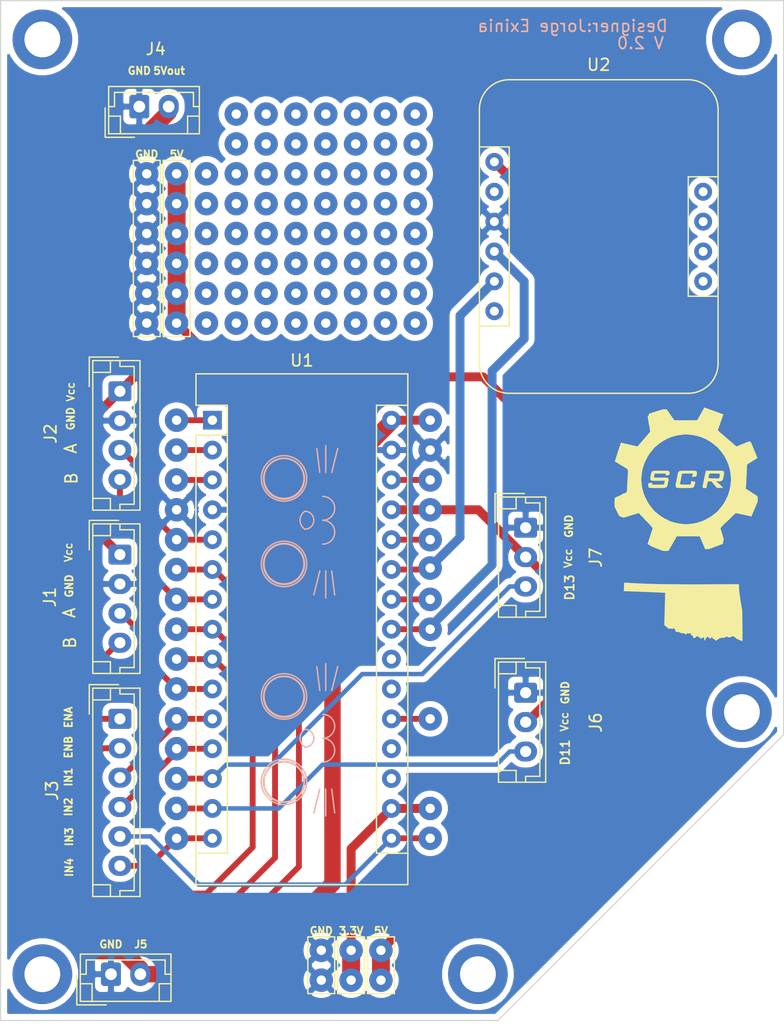
<source format=kicad_pcb>
(kicad_pcb (version 20171130) (host pcbnew "(5.1.4)-1")
  (layers (0 F.Cu signal) (31 B.Cu signal) (34 B.Paste user hide) (35 F.Paste user hide) (36 B.SilkS user) (37 F.SilkS user) (38 B.Mask user) (39 F.Mask user) (44 Edge.Cuts user))
  (net 0 "")
  (net 1 GND)
  (net 2 RightB)
  (net 3 RIghtA)
  (net 4 +5V)
  (net 5 LeftB)
  (net 6 LeftA)
  (net 7 IN4)
  (net 8 IN3)
  (net 9 IN2)
  (net 10 IN1)
  (net 11 ENB)
  (net 12 ENA)
  (net 13 "Net-(U1-Pad28)")
  (net 14 "Net-(U1-Pad26)")
  (net 15 SCL)
  (net 16 "Net-(U1-Pad24)")
  (net 17 SDA)
  (net 18 "Net-(U1-Pad22)")
  (net 19 "Net-(U1-Pad21)")
  (net 20 "Net-(U1-Pad20)")
  (net 21 "Net-(U1-Pad19)")
  (net 22 "Net-(U1-Pad3)")
  (net 23 "Net-(U1-Pad18)")
  (net 24 "Net-(U1-Pad2)")
  (net 25 "Net-(U1-Pad17)")
  (net 26 "Net-(U1-Pad1)")
  (net 27 "Net-(U2-Pad10)")
  (net 28 "Net-(U2-Pad6)")
  (net 29 "Net-(U2-Pad2)")
  (net 30 +5VA)
  (net 31 SERV1)
  (net 32 SERV2)
  (module SCR_Logos_Library:oklahoma-image (layer F.Cu) (at 184.0865 88.0745)
    (fp_text reference G*** hide)
    (fp_text value LOGO hide)
  )
  (module SCR_Logos_Library:scr-logo (layer F.Cu) (at 184.3405 76.7715)
    (fp_text reference G*** hide)
    (fp_text value LOGO hide)
  )
  (module Connector_JST:JST_EH_B3B-EH-A_1x03_P2.50mm_Vertical (layer F.Cu) (at 170.688 80.899 270)
    (fp_text reference J7 (at 2.54 -5.969 90) (layer F.SilkS))
    (fp_text value Conn_01x03)
    (pad 3 thru_hole oval (at 5 0 270) (size 1.7 1.95) (drill 0.95) (layers *.Cu *.Mask) (net 32 SERV2))
    (pad 2 thru_hole oval (at 2.5 0 270) (size 1.7 1.95) (drill 0.95) (layers *.Cu *.Mask) (net 4 +5V))
    (pad 1 thru_hole roundrect (at 0 0 270) (size 1.7 1.95) (drill 0.95) (layers *.Cu *.Mask) (roundrect_rratio 0.147059) (net 1 GND))
  )
  (module Connector_JST:JST_EH_B3B-EH-A_1x03_P2.50mm_Vertical (layer F.Cu) (at 170.688 94.9325 270)
    (fp_text reference J6 (at 2.54 -5.969 90) (layer F.SilkS))
    (fp_text value Conn_01x03)
    (pad 3 thru_hole oval (at 5 0 270) (size 1.7 1.95) (drill 0.95) (layers *.Cu *.Mask) (net 31 SERV1))
    (pad 2 thru_hole oval (at 2.5 0 270) (size 1.7 1.95) (drill 0.95) (layers *.Cu *.Mask) (net 4 +5V))
    (pad 1 thru_hole roundrect (at 0 0 270) (size 1.7 1.95) (drill 0.95) (layers *.Cu *.Mask) (roundrect_rratio 0.147059) (net 1 GND))
  )
  (module SCR_Parts_Library:BNO055 (layer F.Cu) (at 176.911 56.134)
    (fp_text reference U2 (at 0 -14.605) (layer F.SilkS))
    (fp_text value BNO-555)
    (pad 7 thru_hole circle (at 8.89 3.81) (size 1.524 1.524) (drill 0.762) (layers *.Cu *.Mask))
    (pad 8 thru_hole circle (at 8.89 1.27) (size 1.524 1.524) (drill 0.762) (layers *.Cu *.Mask))
    (pad 9 thru_hole circle (at 8.89 -1.27) (size 1.524 1.524) (drill 0.762) (layers *.Cu *.Mask))
    (pad 10 thru_hole circle (at 8.89 -3.81) (size 1.524 1.524) (drill 0.762) (layers *.Cu *.Mask) (net 27 "Net-(U2-Pad10)"))
    (pad 6 thru_hole circle (at -8.89 6.35) (size 1.524 1.524) (drill 0.762) (layers *.Cu *.Mask) (net 28 "Net-(U2-Pad6)"))
    (pad 5 thru_hole circle (at -8.89 3.81) (size 1.524 1.524) (drill 0.762) (layers *.Cu *.Mask) (net 15 SCL))
    (pad 4 thru_hole circle (at -8.89 1.27) (size 1.524 1.524) (drill 0.762) (layers *.Cu *.Mask) (net 17 SDA))
    (pad 3 thru_hole circle (at -8.89 -1.27) (size 1.524 1.524) (drill 0.762) (layers *.Cu *.Mask) (net 1 GND))
    (pad 2 thru_hole circle (at -8.89 -3.81) (size 1.524 1.524) (drill 0.762) (layers *.Cu *.Mask) (net 29 "Net-(U2-Pad2)"))
    (pad 1 thru_hole circle (at -8.89 -6.35) (size 1.524 1.524) (drill 0.762) (layers *.Cu *.Mask) (net 4 +5V))
  )
  (module Connector_Wire:SolderWirePad_1x01_Drill0.8mm (layer F.Cu) (at 162.56 79.375 90)
    (fp_text reference PAD hide)
    (fp_text value PAD hide)
    (pad 1 thru_hole circle (at 0 0 90) (size 1.99898 1.99898) (drill 0.8001) (layers *.Cu *.Mask) (net 4 +5V))
  )
  (module Connector_Wire:SolderWirePad_1x01_Drill0.8mm (layer F.Cu) (at 140.97 86.995 90)
    (fp_text reference PAD hide)
    (fp_text value PAD hide)
    (pad 1 thru_hole circle (at 0 0 90) (size 1.99898 1.99898) (drill 0.8001) (layers *.Cu *.Mask) (net 5 LeftB))
  )
  (module Connector_Wire:SolderWirePad_1x01_Drill0.8mm (layer F.Cu) (at 161.29 60.96 90)
    (fp_text reference PAD hide)
    (fp_text value PAD hide)
    (pad 1 thru_hole circle (at 0 0 90) (size 1.99898 1.99898) (drill 0.8001) (layers *.Cu *.Mask))
  )
  (module Connector_Wire:SolderWirePad_1x01_Drill0.8mm (layer F.Cu) (at 161.29 55.88 90)
    (fp_text reference PAD hide)
    (fp_text value PAD hide)
    (pad 1 thru_hole circle (at 0 0 90) (size 1.99898 1.99898) (drill 0.8001) (layers *.Cu *.Mask))
  )
  (module Connector_Wire:SolderWirePad_1x01_Drill0.8mm (layer F.Cu) (at 161.29 48.26 90)
    (fp_text reference PAD hide)
    (fp_text value PAD hide)
    (pad 1 thru_hole circle (at 0 0 90) (size 1.99898 1.99898) (drill 0.8001) (layers *.Cu *.Mask))
  )
  (module Connector_Wire:SolderWirePad_1x01_Drill0.8mm (layer F.Cu) (at 158.75 45.72 90)
    (fp_text reference PAD hide)
    (fp_text value PAD hide)
    (pad 1 thru_hole circle (at 0 0 90) (size 1.99898 1.99898) (drill 0.8001) (layers *.Cu *.Mask))
  )
  (module Connector_Wire:SolderWirePad_1x01_Drill0.8mm (layer F.Cu) (at 156.21 45.72 90)
    (fp_text reference PAD hide)
    (fp_text value PAD hide)
    (pad 1 thru_hole circle (at 0 0 90) (size 1.99898 1.99898) (drill 0.8001) (layers *.Cu *.Mask))
  )
  (module Connector_Wire:SolderWirePad_1x01_Drill0.8mm (layer F.Cu) (at 153.67 45.72 90)
    (fp_text reference PAD hide)
    (fp_text value PAD hide)
    (pad 1 thru_hole circle (at 0 0 90) (size 1.99898 1.99898) (drill 0.8001) (layers *.Cu *.Mask))
  )
  (module Connector_Wire:SolderWirePad_1x01_Drill0.8mm (layer F.Cu) (at 151.13 45.72 90)
    (fp_text reference PAD hide)
    (fp_text value PAD hide)
    (pad 1 thru_hole circle (at 0 0 90) (size 1.99898 1.99898) (drill 0.8001) (layers *.Cu *.Mask))
  )
  (module Connector_Wire:SolderWirePad_1x01_Drill0.8mm (layer F.Cu) (at 161.29 63.5 90)
    (fp_text reference PAD hide)
    (fp_text value PAD hide)
    (pad 1 thru_hole circle (at 0 0 90) (size 1.99898 1.99898) (drill 0.8001) (layers *.Cu *.Mask))
  )
  (module Connector_Wire:SolderWirePad_1x01_Drill0.8mm (layer F.Cu) (at 161.29 58.42 90)
    (fp_text reference PAD hide)
    (fp_text value PAD hide)
    (pad 1 thru_hole circle (at 0 0 90) (size 1.99898 1.99898) (drill 0.8001) (layers *.Cu *.Mask))
  )
  (module Connector_Wire:SolderWirePad_1x01_Drill0.8mm (layer F.Cu) (at 161.29 53.34 90)
    (fp_text reference PAD hide)
    (fp_text value PAD hide)
    (pad 1 thru_hole circle (at 0 0 90) (size 1.99898 1.99898) (drill 0.8001) (layers *.Cu *.Mask))
  )
  (module Connector_Wire:SolderWirePad_1x01_Drill0.8mm (layer F.Cu) (at 161.29 50.8 90)
    (fp_text reference PAD hide)
    (fp_text value PAD hide)
    (pad 1 thru_hole circle (at 0 0 90) (size 1.99898 1.99898) (drill 0.8001) (layers *.Cu *.Mask))
  )
  (module Connector_Wire:SolderWirePad_1x01_Drill0.8mm (layer F.Cu) (at 161.29 45.72 90)
    (fp_text reference PAD hide)
    (fp_text value PAD hide)
    (pad 1 thru_hole circle (at 0 0 90) (size 1.99898 1.99898) (drill 0.8001) (layers *.Cu *.Mask))
  )
  (module Connector_Wire:SolderWirePad_1x01_Drill0.8mm (layer F.Cu) (at 158.75 48.26 90)
    (fp_text reference PAD hide)
    (fp_text value PAD hide)
    (pad 1 thru_hole circle (at 0 0 90) (size 1.99898 1.99898) (drill 0.8001) (layers *.Cu *.Mask))
  )
  (module Connector_Wire:SolderWirePad_1x01_Drill0.8mm (layer F.Cu) (at 156.21 48.26 90)
    (fp_text reference PAD hide)
    (fp_text value PAD hide)
    (pad 1 thru_hole circle (at 0 0 90) (size 1.99898 1.99898) (drill 0.8001) (layers *.Cu *.Mask))
  )
  (module Connector_Wire:SolderWirePad_1x01_Drill0.8mm (layer F.Cu) (at 153.67 48.26 90)
    (fp_text reference PAD hide)
    (fp_text value PAD hide)
    (pad 1 thru_hole circle (at 0 0 90) (size 1.99898 1.99898) (drill 0.8001) (layers *.Cu *.Mask))
  )
  (module Connector_Wire:SolderWirePad_1x01_Drill0.8mm (layer F.Cu) (at 151.13 48.26 90)
    (fp_text reference PAD hide)
    (fp_text value PAD hide)
    (pad 1 thru_hole circle (at 0 0 90) (size 1.99898 1.99898) (drill 0.8001) (layers *.Cu *.Mask))
  )
  (module Connector_Wire:SolderWirePad_1x01_Drill0.8mm (layer F.Cu) (at 148.59 45.72 90)
    (fp_text reference PAD hide)
    (fp_text value PAD hide)
    (pad 1 thru_hole circle (at 0 0 90) (size 1.99898 1.99898) (drill 0.8001) (layers *.Cu *.Mask))
  )
  (module Connector_Wire:SolderWirePad_1x01_Drill0.8mm (layer F.Cu) (at 146.05 48.26 90)
    (fp_text reference PAD hide)
    (fp_text value PAD hide)
    (pad 1 thru_hole circle (at 0 0 90) (size 1.99898 1.99898) (drill 0.8001) (layers *.Cu *.Mask))
  )
  (module Connector_Wire:SolderWirePad_1x01_Drill0.8mm (layer F.Cu) (at 146.05 45.72 90)
    (fp_text reference PAD hide)
    (fp_text value PAD hide)
    (pad 1 thru_hole circle (at 0 0 90) (size 1.99898 1.99898) (drill 0.8001) (layers *.Cu *.Mask))
  )
  (module Connector_Wire:SolderWirePad_1x01_Drill0.8mm (layer F.Cu) (at 158.75 63.5 90)
    (fp_text reference PAD hide)
    (fp_text value PAD hide)
    (pad 1 thru_hole circle (at 0 0 90) (size 1.99898 1.99898) (drill 0.8001) (layers *.Cu *.Mask))
  )
  (module Connector_Wire:SolderWirePad_1x01_Drill0.8mm (layer F.Cu) (at 158.75 53.34 90)
    (fp_text reference PAD hide)
    (fp_text value PAD hide)
    (pad 1 thru_hole circle (at 0 0 90) (size 1.99898 1.99898) (drill 0.8001) (layers *.Cu *.Mask))
  )
  (module Connector_Wire:SolderWirePad_1x01_Drill0.8mm (layer F.Cu) (at 158.75 50.8 90)
    (fp_text reference PAD hide)
    (fp_text value PAD hide)
    (pad 1 thru_hole circle (at 0 0 90) (size 1.99898 1.99898) (drill 0.8001) (layers *.Cu *.Mask))
  )
  (module Connector_Wire:SolderWirePad_1x01_Drill0.8mm (layer F.Cu) (at 156.21 63.5 90)
    (fp_text reference PAD hide)
    (fp_text value PAD hide)
    (pad 1 thru_hole circle (at 0 0 90) (size 1.99898 1.99898) (drill 0.8001) (layers *.Cu *.Mask))
  )
  (module Connector_Wire:SolderWirePad_1x01_Drill0.8mm (layer F.Cu) (at 148.59 48.26 90)
    (fp_text reference PAD hide)
    (fp_text value PAD hide)
    (pad 1 thru_hole circle (at 0 0 90) (size 1.99898 1.99898) (drill 0.8001) (layers *.Cu *.Mask))
  )
  (module Connector_Wire:SolderWirePad_1x01_Drill0.8mm (layer F.Cu) (at 156.21 60.96 90)
    (fp_text reference PAD hide)
    (fp_text value PAD hide)
    (pad 1 thru_hole circle (at 0 0 90) (size 1.99898 1.99898) (drill 0.8001) (layers *.Cu *.Mask))
  )
  (module Connector_Wire:SolderWirePad_1x01_Drill0.8mm (layer F.Cu) (at 156.21 58.42 90)
    (fp_text reference PAD hide)
    (fp_text value PAD hide)
    (pad 1 thru_hole circle (at 0 0 90) (size 1.99898 1.99898) (drill 0.8001) (layers *.Cu *.Mask))
  )
  (module Connector_Wire:SolderWirePad_1x01_Drill0.8mm (layer F.Cu) (at 156.21 55.88 90)
    (fp_text reference PAD hide)
    (fp_text value PAD hide)
    (pad 1 thru_hole circle (at 0 0 90) (size 1.99898 1.99898) (drill 0.8001) (layers *.Cu *.Mask))
  )
  (module Connector_Wire:SolderWirePad_1x01_Drill0.8mm (layer F.Cu) (at 156.21 53.34 90)
    (fp_text reference PAD hide)
    (fp_text value PAD hide)
    (pad 1 thru_hole circle (at 0 0 90) (size 1.99898 1.99898) (drill 0.8001) (layers *.Cu *.Mask))
  )
  (module Connector_Wire:SolderWirePad_1x01_Drill0.8mm (layer F.Cu) (at 158.75 55.88 90)
    (fp_text reference PAD hide)
    (fp_text value PAD hide)
    (pad 1 thru_hole circle (at 0 0 90) (size 1.99898 1.99898) (drill 0.8001) (layers *.Cu *.Mask))
  )
  (module Connector_Wire:SolderWirePad_1x01_Drill0.8mm (layer F.Cu) (at 158.75 58.42 90)
    (fp_text reference PAD hide)
    (fp_text value PAD hide)
    (pad 1 thru_hole circle (at 0 0 90) (size 1.99898 1.99898) (drill 0.8001) (layers *.Cu *.Mask))
  )
  (module Connector_Wire:SolderWirePad_1x01_Drill0.8mm (layer F.Cu) (at 156.21 50.8 90)
    (fp_text reference PAD hide)
    (fp_text value PAD hide)
    (pad 1 thru_hole circle (at 0 0 90) (size 1.99898 1.99898) (drill 0.8001) (layers *.Cu *.Mask))
  )
  (module Connector_Wire:SolderWirePad_1x01_Drill0.8mm (layer F.Cu) (at 158.75 60.96 90)
    (fp_text reference PAD hide)
    (fp_text value PAD hide)
    (pad 1 thru_hole circle (at 0 0 90) (size 1.99898 1.99898) (drill 0.8001) (layers *.Cu *.Mask))
  )
  (module Connector_Wire:SolderWirePad_1x01_Drill0.8mm (layer F.Cu) (at 148.59 50.8 90)
    (fp_text reference PAD hide)
    (fp_text value PAD hide)
    (pad 1 thru_hole circle (at 0 0 90) (size 1.99898 1.99898) (drill 0.8001) (layers *.Cu *.Mask))
  )
  (module Connector_Wire:SolderWirePad_1x01_Drill0.8mm (layer F.Cu) (at 153.67 60.96 90)
    (fp_text reference PAD hide)
    (fp_text value PAD hide)
    (pad 1 thru_hole circle (at 0 0 90) (size 1.99898 1.99898) (drill 0.8001) (layers *.Cu *.Mask))
  )
  (module Connector_Wire:SolderWirePad_1x01_Drill0.8mm (layer F.Cu) (at 146.05 63.5 90)
    (fp_text reference PAD hide)
    (fp_text value PAD hide)
    (pad 1 thru_hole circle (at 0 0 90) (size 1.99898 1.99898) (drill 0.8001) (layers *.Cu *.Mask))
  )
  (module Connector_Wire:SolderWirePad_1x01_Drill0.8mm (layer F.Cu) (at 146.05 60.96 90)
    (fp_text reference PAD hide)
    (fp_text value PAD hide)
    (pad 1 thru_hole circle (at 0 0 90) (size 1.99898 1.99898) (drill 0.8001) (layers *.Cu *.Mask))
  )
  (module Connector_Wire:SolderWirePad_1x01_Drill0.8mm (layer F.Cu) (at 146.05 53.34 90)
    (fp_text reference PAD hide)
    (fp_text value PAD hide)
    (pad 1 thru_hole circle (at 0 0 90) (size 1.99898 1.99898) (drill 0.8001) (layers *.Cu *.Mask))
  )
  (module Connector_Wire:SolderWirePad_1x01_Drill0.8mm (layer F.Cu) (at 146.05 55.88 90)
    (fp_text reference PAD hide)
    (fp_text value PAD hide)
    (pad 1 thru_hole circle (at 0 0 90) (size 1.99898 1.99898) (drill 0.8001) (layers *.Cu *.Mask))
  )
  (module Connector_Wire:SolderWirePad_1x01_Drill0.8mm (layer F.Cu) (at 151.13 50.8 90)
    (fp_text reference PAD hide)
    (fp_text value PAD hide)
    (pad 1 thru_hole circle (at 0 0 90) (size 1.99898 1.99898) (drill 0.8001) (layers *.Cu *.Mask))
  )
  (module Connector_Wire:SolderWirePad_1x01_Drill0.8mm (layer F.Cu) (at 146.05 50.8 90)
    (fp_text reference PAD hide)
    (fp_text value PAD hide)
    (pad 1 thru_hole circle (at 0 0 90) (size 1.99898 1.99898) (drill 0.8001) (layers *.Cu *.Mask))
  )
  (module Connector_Wire:SolderWirePad_1x01_Drill0.8mm (layer F.Cu) (at 143.51 60.96 90)
    (fp_text reference PAD hide)
    (fp_text value PAD hide)
    (pad 1 thru_hole circle (at 0 0 90) (size 1.99898 1.99898) (drill 0.8001) (layers *.Cu *.Mask))
  )
  (module Connector_Wire:SolderWirePad_1x01_Drill0.8mm (layer F.Cu) (at 143.51 50.8 90)
    (fp_text reference PAD hide)
    (fp_text value PAD hide)
    (pad 1 thru_hole circle (at 0 0 90) (size 1.99898 1.99898) (drill 0.8001) (layers *.Cu *.Mask))
  )
  (module Connector_Wire:SolderWirePad_1x01_Drill0.8mm (layer F.Cu) (at 153.67 63.5 90)
    (fp_text reference PAD hide)
    (fp_text value PAD hide)
    (pad 1 thru_hole circle (at 0 0 90) (size 1.99898 1.99898) (drill 0.8001) (layers *.Cu *.Mask))
  )
  (module Connector_Wire:SolderWirePad_1x01_Drill0.8mm (layer F.Cu) (at 153.67 50.8 90)
    (fp_text reference PAD hide)
    (fp_text value PAD hide)
    (pad 1 thru_hole circle (at 0 0 90) (size 1.99898 1.99898) (drill 0.8001) (layers *.Cu *.Mask))
  )
  (module Connector_Wire:SolderWirePad_1x01_Drill0.8mm (layer F.Cu) (at 151.13 60.96 90)
    (fp_text reference PAD hide)
    (fp_text value PAD hide)
    (pad 1 thru_hole circle (at 0 0 90) (size 1.99898 1.99898) (drill 0.8001) (layers *.Cu *.Mask))
  )
  (module Connector_Wire:SolderWirePad_1x01_Drill0.8mm (layer F.Cu) (at 153.67 58.42 90)
    (fp_text reference PAD hide)
    (fp_text value PAD hide)
    (pad 1 thru_hole circle (at 0 0 90) (size 1.99898 1.99898) (drill 0.8001) (layers *.Cu *.Mask))
  )
  (module Connector_Wire:SolderWirePad_1x01_Drill0.8mm (layer F.Cu) (at 153.67 55.88 90)
    (fp_text reference PAD hide)
    (fp_text value PAD hide)
    (pad 1 thru_hole circle (at 0 0 90) (size 1.99898 1.99898) (drill 0.8001) (layers *.Cu *.Mask))
  )
  (module Connector_Wire:SolderWirePad_1x01_Drill0.8mm (layer F.Cu) (at 153.67 53.34 90)
    (fp_text reference PAD hide)
    (fp_text value PAD hide)
    (pad 1 thru_hole circle (at 0 0 90) (size 1.99898 1.99898) (drill 0.8001) (layers *.Cu *.Mask))
  )
  (module Connector_Wire:SolderWirePad_1x01_Drill0.8mm (layer F.Cu) (at 151.13 63.5 90)
    (fp_text reference PAD hide)
    (fp_text value PAD hide)
    (pad 1 thru_hole circle (at 0 0 90) (size 1.99898 1.99898) (drill 0.8001) (layers *.Cu *.Mask))
  )
  (module Connector_Wire:SolderWirePad_1x01_Drill0.8mm (layer F.Cu) (at 151.13 55.88 90)
    (fp_text reference PAD hide)
    (fp_text value PAD hide)
    (pad 1 thru_hole circle (at 0 0 90) (size 1.99898 1.99898) (drill 0.8001) (layers *.Cu *.Mask))
  )
  (module Connector_Wire:SolderWirePad_1x01_Drill0.8mm (layer F.Cu) (at 151.13 53.34 90)
    (fp_text reference PAD hide)
    (fp_text value PAD hide)
    (pad 1 thru_hole circle (at 0 0 90) (size 1.99898 1.99898) (drill 0.8001) (layers *.Cu *.Mask))
  )
  (module Connector_Wire:SolderWirePad_1x01_Drill0.8mm (layer F.Cu) (at 148.59 58.42 90)
    (fp_text reference PAD hide)
    (fp_text value PAD hide)
    (pad 1 thru_hole circle (at 0 0 90) (size 1.99898 1.99898) (drill 0.8001) (layers *.Cu *.Mask))
  )
  (module Connector_Wire:SolderWirePad_1x01_Drill0.8mm (layer F.Cu) (at 148.59 55.88 90)
    (fp_text reference PAD hide)
    (fp_text value PAD hide)
    (pad 1 thru_hole circle (at 0 0 90) (size 1.99898 1.99898) (drill 0.8001) (layers *.Cu *.Mask))
  )
  (module Connector_Wire:SolderWirePad_1x01_Drill0.8mm (layer F.Cu) (at 148.59 53.34 90)
    (fp_text reference PAD hide)
    (fp_text value PAD hide)
    (pad 1 thru_hole circle (at 0 0 90) (size 1.99898 1.99898) (drill 0.8001) (layers *.Cu *.Mask))
  )
  (module Connector_Wire:SolderWirePad_1x01_Drill0.8mm (layer F.Cu) (at 148.59 60.96 90)
    (fp_text reference PAD hide)
    (fp_text value PAD hide)
    (pad 1 thru_hole circle (at 0 0 90) (size 1.99898 1.99898) (drill 0.8001) (layers *.Cu *.Mask))
  )
  (module Connector_Wire:SolderWirePad_1x01_Drill0.8mm (layer F.Cu) (at 143.51 63.5 90)
    (fp_text reference PAD hide)
    (fp_text value PAD hide)
    (pad 1 thru_hole circle (at 0 0 90) (size 1.99898 1.99898) (drill 0.8001) (layers *.Cu *.Mask))
  )
  (module Connector_Wire:SolderWirePad_1x01_Drill0.8mm (layer F.Cu) (at 146.05 58.42 90)
    (fp_text reference PAD hide)
    (fp_text value PAD hide)
    (pad 1 thru_hole circle (at 0 0 90) (size 1.99898 1.99898) (drill 0.8001) (layers *.Cu *.Mask))
  )
  (module Connector_Wire:SolderWirePad_1x01_Drill0.8mm (layer F.Cu) (at 143.51 58.42 90)
    (fp_text reference PAD hide)
    (fp_text value PAD hide)
    (pad 1 thru_hole circle (at 0 0 90) (size 1.99898 1.99898) (drill 0.8001) (layers *.Cu *.Mask))
  )
  (module Connector_Wire:SolderWirePad_1x01_Drill0.8mm (layer F.Cu) (at 151.13 58.42 90)
    (fp_text reference PAD hide)
    (fp_text value PAD hide)
    (pad 1 thru_hole circle (at 0 0 90) (size 1.99898 1.99898) (drill 0.8001) (layers *.Cu *.Mask))
  )
  (module Connector_Wire:SolderWirePad_1x01_Drill0.8mm (layer F.Cu) (at 148.59 63.5 90)
    (fp_text reference PAD hide)
    (fp_text value PAD hide)
    (pad 1 thru_hole circle (at 0 0 90) (size 1.99898 1.99898) (drill 0.8001) (layers *.Cu *.Mask))
  )
  (module Connector_Wire:SolderWirePad_1x01_Drill0.8mm (layer F.Cu) (at 143.51 55.88 90)
    (fp_text reference PAD hide)
    (fp_text value PAD hide)
    (pad 1 thru_hole circle (at 0 0 90) (size 1.99898 1.99898) (drill 0.8001) (layers *.Cu *.Mask))
  )
  (module Connector_Wire:SolderWirePad_1x01_Drill0.8mm (layer F.Cu) (at 143.51 53.34 90)
    (fp_text reference PAD hide)
    (fp_text value PAD hide)
    (pad 1 thru_hole circle (at 0 0 90) (size 1.99898 1.99898) (drill 0.8001) (layers *.Cu *.Mask))
  )
  (module Connector_Wire:SolderWirePad_1x01_Drill0.8mm (layer F.Cu) (at 140.97 50.8 90)
    (fp_text reference PAD hide)
    (fp_text value PAD hide)
    (pad 1 thru_hole circle (at 0 0 90) (size 1.99898 1.99898) (drill 0.8001) (layers *.Cu *.Mask) (net 4 +5V))
  )
  (module Connector_Wire:SolderWirePad_1x01_Drill0.8mm (layer F.Cu) (at 140.97 53.34 90)
    (fp_text reference PAD hide)
    (fp_text value PAD hide)
    (pad 1 thru_hole circle (at 0 0 90) (size 1.99898 1.99898) (drill 0.8001) (layers *.Cu *.Mask) (net 4 +5V))
  )
  (module Connector_Wire:SolderWirePad_1x01_Drill0.8mm (layer F.Cu) (at 138.43 63.5 90)
    (fp_text reference PAD hide)
    (fp_text value PAD hide)
    (pad 1 thru_hole circle (at 0 0 90) (size 1.99898 1.99898) (drill 0.8001) (layers *.Cu *.Mask) (net 1 GND))
  )
  (module Connector_Wire:SolderWirePad_1x01_Drill0.8mm (layer F.Cu) (at 138.43 60.96 90)
    (fp_text reference PAD hide)
    (fp_text value PAD hide)
    (pad 1 thru_hole circle (at 0 0 90) (size 1.99898 1.99898) (drill 0.8001) (layers *.Cu *.Mask) (net 1 GND))
  )
  (module Connector_Wire:SolderWirePad_1x01_Drill0.8mm (layer F.Cu) (at 138.43 58.42 90)
    (fp_text reference PAD hide)
    (fp_text value PAD hide)
    (pad 1 thru_hole circle (at 0 0 90) (size 1.99898 1.99898) (drill 0.8001) (layers *.Cu *.Mask) (net 1 GND))
  )
  (module Connector_Wire:SolderWirePad_1x01_Drill0.8mm (layer F.Cu) (at 140.97 60.96 90)
    (fp_text reference PAD hide)
    (fp_text value PAD hide)
    (pad 1 thru_hole circle (at 0 0 90) (size 1.99898 1.99898) (drill 0.8001) (layers *.Cu *.Mask) (net 4 +5V))
  )
  (module Connector_Wire:SolderWirePad_1x01_Drill0.8mm (layer F.Cu) (at 140.97 58.42 90)
    (fp_text reference PAD hide)
    (fp_text value PAD hide)
    (pad 1 thru_hole circle (at 0 0 90) (size 1.99898 1.99898) (drill 0.8001) (layers *.Cu *.Mask) (net 4 +5V))
  )
  (module Connector_Wire:SolderWirePad_1x01_Drill0.8mm (layer F.Cu) (at 140.97 55.88 90)
    (fp_text reference PAD hide)
    (fp_text value PAD hide)
    (pad 1 thru_hole circle (at 0 0 90) (size 1.99898 1.99898) (drill 0.8001) (layers *.Cu *.Mask) (net 4 +5V))
  )
  (module Connector_Wire:SolderWirePad_1x01_Drill0.8mm (layer F.Cu) (at 140.97 63.5 90)
    (fp_text reference PAD hide)
    (fp_text value PAD hide)
    (pad 1 thru_hole circle (at 0 0 90) (size 1.99898 1.99898) (drill 0.8001) (layers *.Cu *.Mask) (net 4 +5V))
  )
  (module Connector_Wire:SolderWirePad_1x01_Drill0.8mm (layer F.Cu) (at 138.43 50.8 90)
    (fp_text reference PAD hide)
    (fp_text value PAD hide)
    (pad 1 thru_hole circle (at 0 0 90) (size 1.99898 1.99898) (drill 0.8001) (layers *.Cu *.Mask) (net 1 GND))
  )
  (module Connector_Wire:SolderWirePad_1x01_Drill0.8mm (layer F.Cu) (at 138.43 53.34 90)
    (fp_text reference PAD hide)
    (fp_text value PAD hide)
    (pad 1 thru_hole circle (at 0 0 90) (size 1.99898 1.99898) (drill 0.8001) (layers *.Cu *.Mask) (net 1 GND))
  )
  (module Connector_Wire:SolderWirePad_1x01_Drill0.8mm (layer F.Cu) (at 138.43 55.88 90)
    (fp_text reference PAD hide)
    (fp_text value PAD hide)
    (pad 1 thru_hole circle (at 0 0 90) (size 1.99898 1.99898) (drill 0.8001) (layers *.Cu *.Mask) (net 1 GND))
  )
  (module Connector_Wire:SolderWirePad_1x01_Drill0.8mm (layer F.Cu) (at 162.56 89.535 90)
    (fp_text reference PAD hide)
    (fp_text value PAD hide)
    (pad 1 thru_hole circle (at 0 0 90) (size 1.99898 1.99898) (drill 0.8001) (layers *.Cu *.Mask) (net 17 SDA))
  )
  (module Connector_Wire:SolderWirePad_1x01_Drill0.8mm (layer F.Cu) (at 162.56 74.295 90)
    (fp_text reference PAD hide)
    (fp_text value PAD hide)
    (pad 1 thru_hole circle (at 0 0 90) (size 1.99898 1.99898) (drill 0.8001) (layers *.Cu *.Mask) (net 1 GND))
  )
  (module Connector_Wire:SolderWirePad_1x01_Drill0.8mm (layer F.Cu) (at 153.289 116.84 90)
    (fp_text reference PAD hide)
    (fp_text value PAD hide)
    (pad 1 thru_hole circle (at 0 0 90) (size 1.99898 1.99898) (drill 0.8001) (layers *.Cu *.Mask) (net 1 GND))
  )
  (module Connector_Wire:SolderWirePad_1x01_Drill0.8mm (layer F.Cu) (at 140.97 104.775 90)
    (fp_text reference PAD hide)
    (fp_text value PAD hide)
    (pad 1 thru_hole circle (at 0 0 90) (size 1.99898 1.99898) (drill 0.8001) (layers *.Cu *.Mask) (net 31 SERV1))
  )
  (module Connector_Wire:SolderWirePad_1x01_Drill0.8mm (layer F.Cu) (at 158.369 116.84 90)
    (fp_text reference PAD hide)
    (fp_text value PAD hide)
    (pad 1 thru_hole circle (at 0 0 90) (size 1.99898 1.99898) (drill 0.8001) (layers *.Cu *.Mask) (net 4 +5V))
  )
  (module Connector_Wire:SolderWirePad_1x01_Drill0.8mm (layer F.Cu) (at 140.97 97.155 90)
    (fp_text reference PAD hide)
    (fp_text value PAD hide)
    (pad 1 thru_hole circle (at 0 0 90) (size 1.99898 1.99898) (drill 0.8001) (layers *.Cu *.Mask) (net 10 IN1))
  )
  (module Connector_Wire:SolderWirePad_1x01_Drill0.8mm (layer F.Cu) (at 140.97 89.535 90)
    (fp_text reference PAD hide)
    (fp_text value PAD hide)
    (pad 1 thru_hole circle (at 0 0 90) (size 1.99898 1.99898) (drill 0.8001) (layers *.Cu *.Mask) (net 12 ENA))
  )
  (module Connector_Wire:SolderWirePad_1x01_Drill0.8mm (layer F.Cu) (at 140.97 84.455 90)
    (fp_text reference PAD hide)
    (fp_text value PAD hide)
    (pad 1 thru_hole circle (at 0 0 90) (size 1.99898 1.99898) (drill 0.8001) (layers *.Cu *.Mask) (net 2 RightB))
  )
  (module Connector_Wire:SolderWirePad_1x01_Drill0.8mm (layer F.Cu) (at 162.56 107.315 90)
    (fp_text reference PAD hide)
    (fp_text value PAD hide)
    (pad 1 thru_hole circle (at 0 0 90) (size 1.99898 1.99898) (drill 0.8001) (layers *.Cu *.Mask) (net 8 IN3))
  )
  (module Connector_Wire:SolderWirePad_1x01_Drill0.8mm (layer F.Cu) (at 162.56 104.775 90)
    (fp_text reference PAD hide)
    (fp_text value PAD hide)
    (pad 1 thru_hole circle (at 0 0 90) (size 1.99898 1.99898) (drill 0.8001) (layers *.Cu *.Mask) (net 25 "Net-(U1-Pad17)"))
  )
  (module Connector_Wire:SolderWirePad_1x01_Drill0.8mm (layer F.Cu) (at 162.56 84.328 90)
    (fp_text reference PAD hide)
    (fp_text value PAD hide)
    (pad 1 thru_hole circle (at 0 0 90) (size 1.99898 1.99898) (drill 0.8001) (layers *.Cu *.Mask) (net 15 SCL))
  )
  (module Connector_Wire:SolderWirePad_1x01_Drill0.8mm (layer F.Cu) (at 162.56 86.995 90)
    (fp_text reference PAD hide)
    (fp_text value PAD hide)
    (pad 1 thru_hole circle (at 0 0 90) (size 1.99898 1.99898) (drill 0.8001) (layers *.Cu *.Mask) (net 16 "Net-(U1-Pad24)"))
  )
  (module Connector_Wire:SolderWirePad_1x01_Drill0.8mm (layer F.Cu) (at 155.829 116.84 90)
    (fp_text reference PAD hide)
    (fp_text value PAD hide)
    (pad 1 thru_hole circle (at 0 0 90) (size 1.99898 1.99898) (drill 0.8001) (layers *.Cu *.Mask) (net 25 "Net-(U1-Pad17)"))
  )
  (module Connector_Wire:SolderWirePad_1x01_Drill0.8mm (layer F.Cu) (at 158.369 119.38 90)
    (fp_text reference PAD hide)
    (fp_text value PAD hide)
    (pad 1 thru_hole circle (at 0 0 90) (size 1.99898 1.99898) (drill 0.8001) (layers *.Cu *.Mask) (net 4 +5V))
  )
  (module Connector_Wire:SolderWirePad_1x01_Drill0.8mm (layer F.Cu) (at 162.56 81.915 90)
    (fp_text reference PAD hide)
    (fp_text value PAD hide)
    (pad 1 thru_hole circle (at 0 0 90) (size 1.99898 1.99898) (drill 0.8001) (layers *.Cu *.Mask) (net 14 "Net-(U1-Pad26)"))
  )
  (module Connector_Wire:SolderWirePad_1x01_Drill0.8mm (layer F.Cu) (at 153.289 119.38 90)
    (fp_text reference PAD hide)
    (fp_text value PAD hide)
    (pad 1 thru_hole circle (at 0 0 90) (size 1.99898 1.99898) (drill 0.8001) (layers *.Cu *.Mask) (net 1 GND))
  )
  (module Connector_Wire:SolderWirePad_1x01_Drill0.8mm (layer F.Cu) (at 162.56 97.155 90)
    (fp_text reference PAD hide)
    (fp_text value PAD hide)
    (pad 1 thru_hole circle (at 0 0 90) (size 1.99898 1.99898) (drill 0.8001) (layers *.Cu *.Mask) (net 20 "Net-(U1-Pad20)"))
  )
  (module Connector_Wire:SolderWirePad_1x01_Drill0.8mm (layer F.Cu) (at 155.829 119.38 90)
    (fp_text reference PAD hide)
    (fp_text value PAD hide)
    (pad 1 thru_hole circle (at 0 0 90) (size 1.99898 1.99898) (drill 0.8001) (layers *.Cu *.Mask) (net 25 "Net-(U1-Pad17)"))
  )
  (module Connector_Wire:SolderWirePad_1x01_Drill0.8mm (layer F.Cu) (at 162.56 76.835 90)
    (fp_text reference PAD hide)
    (fp_text value PAD hide)
    (pad 1 thru_hole circle (at 0 0 90) (size 1.99898 1.99898) (drill 0.8001) (layers *.Cu *.Mask) (net 13 "Net-(U1-Pad28)"))
  )
  (module Connector_Wire:SolderWirePad_1x01_Drill0.8mm (layer F.Cu) (at 162.56 71.755 90)
    (fp_text reference PAD hide)
    (fp_text value PAD hide)
    (pad 1 thru_hole circle (at 0 0 90) (size 1.99898 1.99898) (drill 0.8001) (layers *.Cu *.Mask) (net 30 +5VA))
  )
  (module Connector_Wire:SolderWirePad_1x01_Drill0.8mm (layer F.Cu) (at 140.97 107.315 90)
    (fp_text reference PAD hide)
    (fp_text value PAD hide)
    (pad 1 thru_hole circle (at 0 0 90) (size 1.99898 1.99898) (drill 0.8001) (layers *.Cu *.Mask) (net 7 IN4))
  )
  (module Connector_Wire:SolderWirePad_1x01_Drill0.8mm (layer F.Cu) (at 140.97 102.235 90)
    (fp_text reference PAD hide)
    (fp_text value PAD hide)
    (pad 1 thru_hole circle (at 0 0 90) (size 1.99898 1.99898) (drill 0.8001) (layers *.Cu *.Mask) (net 32 SERV2))
  )
  (module Connector_Wire:SolderWirePad_1x01_Drill0.8mm (layer F.Cu) (at 140.97 99.695 90)
    (fp_text reference PAD hide)
    (fp_text value PAD hide)
    (pad 1 thru_hole circle (at 0 0 90) (size 1.99898 1.99898) (drill 0.8001) (layers *.Cu *.Mask) (net 9 IN2))
  )
  (module Connector_Wire:SolderWirePad_1x01_Drill0.8mm (layer F.Cu) (at 140.97 94.615 90)
    (fp_text reference PAD hide)
    (fp_text value PAD hide)
    (pad 1 thru_hole circle (at 0 0 90) (size 1.99898 1.99898) (drill 0.8001) (layers *.Cu *.Mask) (net 3 RIghtA))
  )
  (module Connector_Wire:SolderWirePad_1x01_Drill0.8mm (layer F.Cu) (at 140.97 92.075 90)
    (fp_text reference PAD hide)
    (fp_text value PAD hide)
    (pad 1 thru_hole circle (at 0 0 90) (size 1.99898 1.99898) (drill 0.8001) (layers *.Cu *.Mask) (net 11 ENB))
  )
  (module Connector_Wire:SolderWirePad_1x01_Drill0.8mm (layer F.Cu) (at 140.97 76.835 90)
    (fp_text reference PAD hide)
    (fp_text value PAD hide)
    (pad 1 thru_hole circle (at 0 0 90) (size 1.99898 1.99898) (drill 0.8001) (layers *.Cu *.Mask) (net 22 "Net-(U1-Pad3)"))
  )
  (module Connector_Wire:SolderWirePad_1x01_Drill0.8mm (layer F.Cu) (at 140.97 71.755 90)
    (fp_text reference PAD hide)
    (fp_text value PAD hide)
    (pad 1 thru_hole circle (at 0 0 90) (size 1.99898 1.99898) (drill 0.8001) (layers *.Cu *.Mask) (net 26 "Net-(U1-Pad1)"))
  )
  (module Connector_Wire:SolderWirePad_1x01_Drill0.8mm (layer F.Cu) (at 140.97 79.375 90)
    (fp_text reference PAD hide)
    (fp_text value PAD hide)
    (pad 1 thru_hole circle (at 0 0 90) (size 1.99898 1.99898) (drill 0.8001) (layers *.Cu *.Mask) (net 1 GND))
  )
  (module Connector_Wire:SolderWirePad_1x01_Drill0.8mm (layer F.Cu) (at 140.97 74.295 90)
    (fp_text reference PAD hide)
    (fp_text value PAD hide)
    (pad 1 thru_hole circle (at 0 0 90) (size 1.99898 1.99898) (drill 0.8001) (layers *.Cu *.Mask) (net 24 "Net-(U1-Pad2)"))
  )
  (module Connector_Wire:SolderWirePad_1x01_Drill0.8mm (layer F.Cu) (at 140.97 81.915 90)
    (fp_text reference PAD hide)
    (fp_text value PAD hide)
    (pad 1 thru_hole circle (at 0 0 90) (size 1.99898 1.99898) (drill 0.8001) (layers *.Cu *.Mask) (net 6 LeftA))
  )
  (module Connector_JST:JST_EH_B4B-EH-A_1x04_P2.50mm_Vertical (layer F.Cu) (at 136.144 83.185 270)
    (fp_text reference J1 (at 3.6195 5.969 90) (layer F.SilkS))
    (fp_text value Conn_01x04_Male)
    (pad 1 thru_hole roundrect (at 0 0 270) (size 1.7 1.95) (drill 0.95) (layers *.Cu *.Mask) (roundrect_rratio 0.147) (net 4 +5V))
    (pad 2 thru_hole oval (at 2.5 0 270) (size 1.7 1.95) (drill 0.95) (layers *.Cu *.Mask) (net 1 GND))
    (pad 3 thru_hole oval (at 5 0 270) (size 1.7 1.95) (drill 0.95) (layers *.Cu *.Mask) (net 3 RIghtA))
    (pad 4 thru_hole oval (at 7.5 0 270) (size 1.7 1.95) (drill 0.95) (layers *.Cu *.Mask) (net 2 RightB))
  )
  (module Module:Arduino_Nano (layer F.Cu) (at 144.018 71.755)
    (fp_text reference U1 (at 7.62 -5.08) (layer F.SilkS))
    (fp_text value Arduino_Nano_v3.x)
    (pad 1 thru_hole rect (at 0 0) (size 1.6 1.6) (drill 0.8) (layers *.Cu *.Mask) (net 26 "Net-(U1-Pad1)"))
    (pad 17 thru_hole oval (at 15.24 33.02) (size 1.6 1.6) (drill 0.8) (layers *.Cu *.Mask) (net 25 "Net-(U1-Pad17)"))
    (pad 2 thru_hole oval (at 0 2.54) (size 1.6 1.6) (drill 0.8) (layers *.Cu *.Mask) (net 24 "Net-(U1-Pad2)"))
    (pad 18 thru_hole oval (at 15.24 30.48) (size 1.6 1.6) (drill 0.8) (layers *.Cu *.Mask) (net 23 "Net-(U1-Pad18)"))
    (pad 3 thru_hole oval (at 0 5.08) (size 1.6 1.6) (drill 0.8) (layers *.Cu *.Mask) (net 22 "Net-(U1-Pad3)"))
    (pad 19 thru_hole oval (at 15.24 27.94) (size 1.6 1.6) (drill 0.8) (layers *.Cu *.Mask) (net 21 "Net-(U1-Pad19)"))
    (pad 4 thru_hole oval (at 0 7.62) (size 1.6 1.6) (drill 0.8) (layers *.Cu *.Mask) (net 1 GND))
    (pad 20 thru_hole oval (at 15.24 25.4) (size 1.6 1.6) (drill 0.8) (layers *.Cu *.Mask) (net 20 "Net-(U1-Pad20)"))
    (pad 5 thru_hole oval (at 0 10.16) (size 1.6 1.6) (drill 0.8) (layers *.Cu *.Mask) (net 6 LeftA))
    (pad 21 thru_hole oval (at 15.24 22.86) (size 1.6 1.6) (drill 0.8) (layers *.Cu *.Mask) (net 19 "Net-(U1-Pad21)"))
    (pad 6 thru_hole oval (at 0 12.7) (size 1.6 1.6) (drill 0.8) (layers *.Cu *.Mask) (net 2 RightB))
    (pad 22 thru_hole oval (at 15.24 20.32) (size 1.6 1.6) (drill 0.8) (layers *.Cu *.Mask) (net 18 "Net-(U1-Pad22)"))
    (pad 7 thru_hole oval (at 0 15.24) (size 1.6 1.6) (drill 0.8) (layers *.Cu *.Mask) (net 5 LeftB))
    (pad 23 thru_hole oval (at 15.24 17.78) (size 1.6 1.6) (drill 0.8) (layers *.Cu *.Mask) (net 17 SDA))
    (pad 8 thru_hole oval (at 0 17.78) (size 1.6 1.6) (drill 0.8) (layers *.Cu *.Mask) (net 12 ENA))
    (pad 24 thru_hole oval (at 15.24 15.24) (size 1.6 1.6) (drill 0.8) (layers *.Cu *.Mask) (net 16 "Net-(U1-Pad24)"))
    (pad 9 thru_hole oval (at 0 20.32) (size 1.6 1.6) (drill 0.8) (layers *.Cu *.Mask) (net 11 ENB))
    (pad 25 thru_hole oval (at 15.24 12.7) (size 1.6 1.6) (drill 0.8) (layers *.Cu *.Mask) (net 15 SCL))
    (pad 10 thru_hole oval (at 0 22.86) (size 1.6 1.6) (drill 0.8) (layers *.Cu *.Mask) (net 3 RIghtA))
    (pad 26 thru_hole oval (at 15.24 10.16) (size 1.6 1.6) (drill 0.8) (layers *.Cu *.Mask) (net 14 "Net-(U1-Pad26)"))
    (pad 11 thru_hole oval (at 0 25.4) (size 1.6 1.6) (drill 0.8) (layers *.Cu *.Mask) (net 10 IN1))
    (pad 27 thru_hole oval (at 15.24 7.62) (size 1.6 1.6) (drill 0.8) (layers *.Cu *.Mask) (net 4 +5V))
    (pad 12 thru_hole oval (at 0 27.94) (size 1.6 1.6) (drill 0.8) (layers *.Cu *.Mask) (net 9 IN2))
    (pad 28 thru_hole oval (at 15.24 5.08) (size 1.6 1.6) (drill 0.8) (layers *.Cu *.Mask) (net 13 "Net-(U1-Pad28)"))
    (pad 13 thru_hole oval (at 0 30.48) (size 1.6 1.6) (drill 0.8) (layers *.Cu *.Mask) (net 32 SERV2))
    (pad 29 thru_hole oval (at 15.24 2.54) (size 1.6 1.6) (drill 0.8) (layers *.Cu *.Mask) (net 1 GND))
    (pad 14 thru_hole oval (at 0 33.02) (size 1.6 1.6) (drill 0.8) (layers *.Cu *.Mask) (net 31 SERV1))
    (pad 30 thru_hole oval (at 15.24 0) (size 1.6 1.6) (drill 0.8) (layers *.Cu *.Mask) (net 30 +5VA))
    (pad 15 thru_hole oval (at 0 35.56) (size 1.6 1.6) (drill 0.8) (layers *.Cu *.Mask) (net 7 IN4))
    (pad 16 thru_hole oval (at 15.24 35.56) (size 1.6 1.6) (drill 0.8) (layers *.Cu *.Mask) (net 8 IN3))
  )
  (module Connector_JST:JST_EH_B6B-EH-A_1x06_P2.50mm_Vertical (layer F.Cu) (at 136.144 97.155 270)
    (fp_text reference J3 (at 6.096 5.7785 90) (layer F.SilkS))
    (fp_text value Conn_01x06_Male)
    (pad 1 thru_hole roundrect (at 0 0 270) (size 1.7 1.95) (drill 0.95) (layers *.Cu *.Mask) (roundrect_rratio 0.147059) (net 12 ENA))
    (pad 2 thru_hole oval (at 2.5 0 270) (size 1.7 1.95) (drill 0.95) (layers *.Cu *.Mask) (net 11 ENB))
    (pad 3 thru_hole oval (at 5 0 270) (size 1.7 1.95) (drill 0.95) (layers *.Cu *.Mask) (net 10 IN1))
    (pad 4 thru_hole oval (at 7.5 0 270) (size 1.7 1.95) (drill 0.95) (layers *.Cu *.Mask) (net 9 IN2))
    (pad 5 thru_hole oval (at 10 0 270) (size 1.7 1.95) (drill 0.95) (layers *.Cu *.Mask) (net 8 IN3))
    (pad 6 thru_hole oval (at 12.5 0 270) (size 1.7 1.95) (drill 0.95) (layers *.Cu *.Mask) (net 7 IN4))
  )
  (module Connector_JST:JST_EH_B2B-EH-A_1x02_P2.50mm_Vertical (layer F.Cu) (at 135.382 118.872)
    (fp_text reference J5 (at 2.54 -2.54) (layer F.SilkS) (effects (font (size 0.635 0.635))))
    (fp_text value Conn_01x02_Male)
    (pad 1 thru_hole roundrect (at 0 0) (size 1.7 2) (drill 1) (layers *.Cu *.Mask) (roundrect_rratio 0.147059) (net 1 GND))
    (pad 2 thru_hole oval (at 2.5 0) (size 1.7 2) (drill 1) (layers *.Cu *.Mask) (net 30 +5VA))
  )
  (module Connector_JST:JST_EH_B4B-EH-A_1x04_P2.50mm_Vertical (layer F.Cu) (at 136.144 69.295 270)
    (fp_text reference J2 (at 3.603 5.9055 90) (layer F.SilkS))
    (fp_text value Conn_01x04_Male)
    (pad 1 thru_hole roundrect (at 0 0 270) (size 1.7 1.95) (drill 0.95) (layers *.Cu *.Mask) (roundrect_rratio 0.147) (net 4 +5V))
    (pad 2 thru_hole oval (at 2.5 0 270) (size 1.7 1.95) (drill 0.95) (layers *.Cu *.Mask) (net 1 GND))
    (pad 3 thru_hole oval (at 5 0 270) (size 1.7 1.95) (drill 0.95) (layers *.Cu *.Mask) (net 6 LeftA))
    (pad 4 thru_hole oval (at 7.5 0 270) (size 1.7 1.95) (drill 0.95) (layers *.Cu *.Mask) (net 5 LeftB))
  )
  (module Connector_JST:JST_EH_B2B-EH-A_1x02_P2.50mm_Vertical (layer F.Cu) (at 137.795 45.085)
    (fp_text reference J4 (at 1.397 -4.8895) (layer F.SilkS))
    (fp_text value Conn_01x02_Male)
    (pad 1 thru_hole roundrect (at 0 0) (size 1.7 2) (drill 1) (layers *.Cu *.Mask) (roundrect_rratio 0.147059) (net 1 GND))
    (pad 2 thru_hole oval (at 2.5 0) (size 1.7 2) (drill 1) (layers *.Cu *.Mask) (net 30 +5VA))
  )
  (gr_text D11 (at 174.0535 100.0125 90) (layer F.SilkS) (effects (font (size 0.75 0.75))))
  (gr_text D13 (at 174.4345 85.979 90) (layer F.SilkS) (effects (font (size 0.75 0.75))))
  (gr_text "Vcc\n" (at 173.99 97.409 90) (layer F.SilkS) (effects (font (size 0.635 0.635) (thickness 0.125))))
  (gr_text GND (at 174.0535 94.9325 90) (layer F.SilkS) (effects (font (size 0.635 0.635))))
  (gr_text "Vcc\n" (at 174.3075 83.5025 90) (layer F.SilkS) (effects (font (size 0.635 0.635) (thickness 0.125))))
  (gr_text GND (at 174.371 80.772 90) (layer F.SilkS) (effects (font (size 0.635 0.635))))
  (gr_line (start 192.659 36.068) (end 192.659 98.4885) (layer Edge.Cuts) (width 0.1))
  (gr_line (start 168.3385 122.809) (end 192.659 98.4885) (layer Edge.Cuts) (width 0.1))
  (gr_text "V 2.0" (at 180.467 39.6875) (layer B.SilkS) (effects (font (size 1 1)) (justify mirror)))
  (gr_text "Designer:Jorge Exinia" (at 174.6885 38.227) (layer B.SilkS) (effects (font (size 1 1)) (justify mirror)))
  (gr_text GND (at 137.795 42.037) (layer F.SilkS) (effects (font (size 0.635 0.635))))
  (gr_text 5Vout (at 140.335 42.037) (layer F.SilkS) (effects (font (size 0.635 0.635))))
  (gr_text B (at 132.0165 76.708 90) (layer F.SilkS) (effects (font (size 1 1))))
  (gr_text A (at 131.953 74.168 90) (layer F.SilkS) (effects (font (size 1 1))))
  (gr_text B (at 131.8895 90.678 90) (layer F.SilkS) (effects (font (size 1 1))))
  (gr_text A (at 131.826 88.138 90) (layer F.SilkS) (effects (font (size 1 1))))
  (gr_text IN4 (at 131.826 109.7915 90) (layer F.SilkS) (effects (font (size 0.635 0.635))))
  (gr_text IN3 (at 131.826 107.188 90) (layer F.SilkS) (effects (font (size 0.635 0.635))))
  (gr_text IN2 (at 131.7625 104.648 90) (layer F.SilkS) (effects (font (size 0.635 0.635))))
  (gr_text IN1 (at 131.7625 102.108 90) (layer F.SilkS) (effects (font (size 0.635 0.635))))
  (gr_text ENB (at 131.7625 99.568 90) (layer F.SilkS) (effects (font (size 0.635 0.635))))
  (gr_text ENA (at 131.7625 97.028 90) (layer F.SilkS) (effects (font (size 0.635 0.635))))
  (gr_text "Vcc\n" (at 131.7625 82.9945 90) (layer F.SilkS) (effects (font (size 0.635 0.635) (thickness 0.125))))
  (gr_text "Vcc\n" (at 131.953 69.342 90) (layer F.SilkS) (effects (font (size 0.635 0.635) (thickness 0.125))))
  (gr_text GND (at 135.382 116.332) (layer F.SilkS) (effects (font (size 0.635 0.635))))
  (gr_text GND (at 131.826 85.852 90) (layer F.SilkS) (effects (font (size 0.635 0.635))))
  (gr_text GND (at 131.953 71.628 90) (layer F.SilkS) (effects (font (size 0.635 0.635))))
  (gr_arc (start 152.4 80.264) (end 151.892001 79.502001) (angle -112.6198649) (layer B.SilkS) (width 0.12))
  (gr_arc (start 151.892 80.264) (end 151.892 81.026) (angle -180) (layer B.SilkS) (width 0.12))
  (gr_circle (center 150.114 83.976406) (end 149.352 82.198406) (layer B.SilkS) (width 0.12))
  (gr_circle (center 150.114 83.976406) (end 149.86 82.296) (layer B.SilkS) (width 0.12))
  (gr_circle (center 150.114 83.976406) (end 149.098 82.55) (layer B.SilkS) (width 0.12))
  (gr_arc (start 153.416 79.248) (end 153.416 80.264) (angle -180) (layer B.SilkS) (width 0.12))
  (gr_circle (center 150.114 76.734747) (end 149.098 75.308341) (layer B.SilkS) (width 0.12))
  (gr_circle (center 150.114 76.708) (end 149.86 75.027594) (layer B.SilkS) (width 0.12))
  (gr_circle (center 150.114 76.708) (end 149.352 74.93) (layer B.SilkS) (width 0.12))
  (gr_arc (start 153.416 81.28) (end 153.416 82.296) (angle -180) (layer B.SilkS) (width 0.12))
  (gr_line (start 154.178 76.2) (end 154.686 74.168) (layer B.SilkS) (width 0.12))
  (gr_line (start 153.67 84.582) (end 153.67 86.868) (layer B.SilkS) (width 0.12))
  (gr_line (start 153.162 76.2) (end 152.908 74.168) (layer B.SilkS) (width 0.12))
  (gr_line (start 154.178 84.582) (end 154.432 86.614) (layer B.SilkS) (width 0.12))
  (gr_line (start 153.67 76.2) (end 153.67 73.914) (layer B.SilkS) (width 0.12))
  (gr_line (start 153.162 84.582) (end 152.654 86.614) (layer B.SilkS) (width 0.12))
  (gr_line (start 154.178 103.124) (end 154.432 105.156) (layer B.SilkS) (width 0.12))
  (gr_line (start 153.67 103.124) (end 153.67 105.41) (layer B.SilkS) (width 0.12))
  (gr_line (start 153.162 103.124) (end 152.654 105.156) (layer B.SilkS) (width 0.12))
  (gr_circle (center 150.114 102.518406) (end 149.098 101.092) (layer B.SilkS) (width 0.12))
  (gr_line (start 153.162 94.742) (end 152.908 92.71) (layer B.SilkS) (width 0.12))
  (gr_circle (center 150.114 95.25) (end 149.86 93.569594) (layer B.SilkS) (width 0.12))
  (gr_circle (center 150.114 95.276747) (end 149.098 93.850341) (layer B.SilkS) (width 0.12))
  (gr_circle (center 150.114 95.25) (end 149.352 93.472) (layer B.SilkS) (width 0.12))
  (gr_line (start 154.178 94.742) (end 154.686 92.71) (layer B.SilkS) (width 0.12))
  (gr_line (start 153.67 94.742) (end 153.67 92.456) (layer B.SilkS) (width 0.12))
  (gr_arc (start 153.416 97.79) (end 153.416 98.806) (angle -180) (layer B.SilkS) (width 0.12))
  (gr_arc (start 153.416 99.822) (end 153.416 100.838) (angle -180) (layer B.SilkS) (width 0.12))
  (gr_arc (start 152.4 98.806) (end 151.892001 98.044001) (angle -112.6198649) (layer B.SilkS) (width 0.12))
  (gr_arc (start 151.892 98.806) (end 151.892 99.568) (angle -180) (layer B.SilkS) (width 0.12))
  (gr_circle (center 150.114 102.518406) (end 149.86 100.838) (layer B.SilkS) (width 0.12))
  (gr_circle (center 150.114 102.518406) (end 149.352 100.740406) (layer B.SilkS) (width 0.12))
  (gr_line (start 125.984 36.068) (end 125.984 122.809) (layer Edge.Cuts) (width 0.1))
  (gr_line (start 192.659 36.068) (end 125.984 36.068) (layer Edge.Cuts) (width 0.1))
  (gr_line (start 125.984 122.809) (end 168.3385 122.809) (layer Edge.Cuts) (width 0.1))
  (gr_text 3.3V (at 155.829 115.189) (layer F.SilkS) (effects (font (size 0.635 0.635))))
  (gr_line (start 152.146 115.697) (end 154.432 115.697) (layer F.SilkS) (width 0.12))
  (gr_line (start 152.146 120.523) (end 152.146 115.697) (layer F.SilkS) (width 0.12))
  (gr_line (start 154.432 120.523) (end 152.146 120.523) (layer F.SilkS) (width 0.12))
  (gr_line (start 154.432 115.697) (end 154.432 120.523) (layer F.SilkS) (width 0.12))
  (gr_text 5V (at 140.97 49.149) (layer F.SilkS) (effects (font (size 0.635 0.635))))
  (gr_text GND (at 138.43 49.149) (layer F.SilkS) (effects (font (size 0.635 0.635))))
  (gr_text 5V (at 158.369 115.189) (layer F.SilkS) (effects (font (size 0.635 0.635))))
  (gr_text GND (at 153.289 115.189) (layer F.SilkS) (effects (font (size 0.635 0.635))))
  (gr_line (start 154.686 120.523) (end 154.686 120.396) (layer F.SilkS) (width 0.12))
  (gr_line (start 156.972 120.523) (end 154.686 120.523) (layer F.SilkS) (width 0.12))
  (gr_line (start 154.686 115.697) (end 154.686 120.396) (layer F.SilkS) (width 0.12))
  (gr_line (start 156.972 115.697) (end 154.686 115.697) (layer F.SilkS) (width 0.12))
  (gr_line (start 156.972 120.523) (end 156.972 115.697) (layer F.SilkS) (width 0.12))
  (gr_line (start 157.226 115.697) (end 157.226 120.523) (layer F.SilkS) (width 0.12))
  (gr_line (start 159.512 115.697) (end 157.226 115.697) (layer F.SilkS) (width 0.12))
  (gr_line (start 159.512 120.523) (end 159.512 115.697) (layer F.SilkS) (width 0.12))
  (gr_line (start 157.226 120.523) (end 159.512 120.523) (layer F.SilkS) (width 0.12))
  (gr_line (start 142.113 49.657) (end 139.827 49.657) (layer F.SilkS) (width 0.12))
  (gr_line (start 142.113 49.784) (end 142.113 49.657) (layer F.SilkS) (width 0.12))
  (gr_line (start 142.113 64.643) (end 142.113 49.784) (layer F.SilkS) (width 0.12))
  (gr_line (start 141.986 64.643) (end 142.113 64.643) (layer F.SilkS) (width 0.12))
  (gr_line (start 139.827 64.643) (end 141.986 64.643) (layer F.SilkS) (width 0.12))
  (gr_line (start 139.827 49.657) (end 139.827 64.643) (layer F.SilkS) (width 0.12))
  (gr_line (start 139.573 64.643) (end 139.573 49.657) (layer F.SilkS) (width 0.12))
  (gr_line (start 137.287 64.643) (end 139.573 64.643) (layer F.SilkS) (width 0.12))
  (gr_line (start 137.287 49.657) (end 137.287 64.643) (layer F.SilkS) (width 0.12))
  (gr_line (start 139.573 49.657) (end 137.287 49.657) (layer F.SilkS) (width 0.12))
  (via (at 189.103 39.37) (size 5.08) (drill 3.048) (layers F.Cu B.Cu) (net 0))
  (via (at 129.54 39.37) (size 5.08) (drill 3.048) (layers F.Cu B.Cu) (net 0))
  (via (at 129.54 118.872) (size 5.08) (drill 3.048) (layers F.Cu B.Cu) (net 0))
  (via (at 166.624 118.872) (size 5.08) (drill 3.048) (layers F.Cu B.Cu) (net 0))
  (via (at 189.103 96.5835) (size 5.08) (drill 3.048) (layers F.Cu B.Cu) (net 0))
  (segment (start 137.16 71.795) (end 137.035 71.795) (width 0.4572) (layer B.Cu) (net 1))
  (segment (start 137.16 85.685) (end 137.285 85.685) (width 0.4572) (layer B.Cu) (net 1))
  (segment (start 138.43 45.72) (end 137.795 45.085) (width 0.4572) (layer B.Cu) (net 1))
  (segment (start 136.144 90.685) (end 136.269 90.685) (width 0.5) (layer F.Cu) (net 2))
  (segment (start 151.384 91.694) (end 144.145 84.455) (width 0.5) (layer F.Cu) (net 2))
  (segment (start 136.019 90.685) (end 130.556 96.148) (width 0.5) (layer F.Cu) (net 2))
  (segment (start 136.144 90.685) (end 136.019 90.685) (width 0.5) (layer F.Cu) (net 2))
  (segment (start 130.556 111.379) (end 134.747 115.57) (width 0.5) (layer F.Cu) (net 2))
  (segment (start 130.556 96.148) (end 130.556 111.379) (width 0.5) (layer F.Cu) (net 2))
  (segment (start 145.542 115.57) (end 151.384 109.728) (width 0.5) (layer F.Cu) (net 2))
  (segment (start 134.747 115.57) (end 145.542 115.57) (width 0.5) (layer F.Cu) (net 2))
  (segment (start 151.384 109.728) (end 151.384 91.694) (width 0.5) (layer F.Cu) (net 2))
  (segment (start 140.97 84.455) (end 144.145 84.455) (width 0.5) (layer F.Cu) (net 2))
  (segment (start 136.269 88.185) (end 138.684 90.6) (width 0.5) (layer F.Cu) (net 3))
  (segment (start 136.144 88.185) (end 136.269 88.185) (width 0.5) (layer F.Cu) (net 3))
  (segment (start 138.684 92.329) (end 140.97 94.615) (width 0.5) (layer F.Cu) (net 3))
  (segment (start 138.684 90.6) (end 138.684 92.329) (width 0.5) (layer F.Cu) (net 3))
  (segment (start 140.97 94.615) (end 144.145 94.615) (width 0.5) (layer F.Cu) (net 3))
  (segment (start 140.97 63.5) (end 140.97 60.96) (width 1.524) (layer F.Cu) (net 4))
  (segment (start 140.97 58.42) (end 140.97 60.96) (width 1.524) (layer F.Cu) (net 4))
  (segment (start 140.97 58.42) (end 140.97 55.88) (width 1.524) (layer F.Cu) (net 4))
  (segment (start 140.97 55.88) (end 140.97 53.34) (width 1.524) (layer F.Cu) (net 4))
  (segment (start 140.97 53.34) (end 140.97 50.8) (width 1.524) (layer F.Cu) (net 4))
  (segment (start 158.369 116.84) (end 158.369 119.38) (width 1.524) (layer F.Cu) (net 4))
  (segment (start 162.56 79.375) (end 162.56 79.174128) (width 0.762) (layer F.Cu) (net 4))
  (segment (start 145.542 68.072) (end 140.97 63.5) (width 0.762) (layer F.Cu) (net 4))
  (segment (start 137.367 68.072) (end 136.144 69.295) (width 0.762) (layer F.Cu) (net 4))
  (segment (start 145.542 68.072) (end 137.367 68.072) (width 0.762) (layer F.Cu) (net 4))
  (segment (start 159.385 79.375) (end 162.56 79.375) (width 0.762) (layer F.Cu) (net 4))
  (segment (start 136.144 83.185) (end 132.969 80.01) (width 0.762) (layer F.Cu) (net 4))
  (segment (start 132.969 72.47) (end 136.144 69.295) (width 0.762) (layer F.Cu) (net 4))
  (segment (start 132.969 80.01) (end 132.969 72.47) (width 0.762) (layer F.Cu) (net 4))
  (segment (start 170.813 97.4325) (end 175.8315 92.414) (width 0.762) (layer F.Cu) (net 4))
  (segment (start 170.688 97.4325) (end 170.813 97.4325) (width 0.762) (layer F.Cu) (net 4))
  (segment (start 170.813 83.399) (end 170.688 83.399) (width 0.762) (layer F.Cu) (net 4))
  (segment (start 175.8315 88.4175) (end 170.813 83.399) (width 0.762) (layer F.Cu) (net 4))
  (segment (start 175.8315 92.414) (end 175.8315 88.4175) (width 0.762) (layer F.Cu) (net 4))
  (segment (start 175.8315 57.5945) (end 168.021 49.784) (width 0.762) (layer F.Cu) (net 4))
  (segment (start 170.687772 83.399) (end 170.688 83.399) (width 0.762) (layer F.Cu) (net 4))
  (segment (start 162.56 79.375) (end 166.663772 79.375) (width 0.762) (layer F.Cu) (net 4))
  (segment (start 166.663772 79.375) (end 170.687772 83.399) (width 0.762) (layer F.Cu) (net 4))
  (segment (start 167.0685 68.072) (end 175.8315 76.835) (width 0.762) (layer F.Cu) (net 4))
  (segment (start 145.542 68.072) (end 167.0685 68.072) (width 0.762) (layer F.Cu) (net 4))
  (segment (start 175.8315 88.4175) (end 175.8315 76.835) (width 0.762) (layer F.Cu) (net 4))
  (segment (start 175.8315 76.835) (end 175.8315 57.5945) (width 0.762) (layer F.Cu) (net 4))
  (segment (start 169.164 106.045) (end 158.369 116.84) (width 0.762) (layer F.Cu) (net 4))
  (segment (start 169.164 106.045) (end 175.8315 99.3775) (width 0.762) (layer F.Cu) (net 4))
  (segment (start 175.8315 99.3775) (end 175.8315 92.414) (width 0.762) (layer F.Cu) (net 4))
  (segment (start 136.144 76.795) (end 136.144 79.756) (width 0.5) (layer F.Cu) (net 5))
  (segment (start 136.144 79.756) (end 138.684 82.296) (width 0.5) (layer F.Cu) (net 5))
  (segment (start 138.684 84.709) (end 140.97 86.995) (width 0.5) (layer F.Cu) (net 5))
  (segment (start 138.684 82.296) (end 138.684 84.709) (width 0.5) (layer F.Cu) (net 5))
  (segment (start 140.97 86.995) (end 144.145 86.995) (width 0.5) (layer F.Cu) (net 5))
  (segment (start 136.269 74.295) (end 138.43 76.456) (width 0.5) (layer F.Cu) (net 6))
  (segment (start 136.144 74.295) (end 136.269 74.295) (width 0.5) (layer F.Cu) (net 6))
  (segment (start 138.43 79.375) (end 140.97 81.915) (width 0.5) (layer F.Cu) (net 6))
  (segment (start 138.43 76.456) (end 138.43 79.375) (width 0.5) (layer F.Cu) (net 6))
  (segment (start 140.97 81.915) (end 144.145 81.915) (width 0.5) (layer F.Cu) (net 6))
  (segment (start 138.63 109.655) (end 140.97 107.315) (width 0.5) (layer F.Cu) (net 7))
  (segment (start 136.144 109.655) (end 138.63 109.655) (width 0.5) (layer F.Cu) (net 7))
  (segment (start 140.97 107.315) (end 144.145 107.315) (width 0.5) (layer F.Cu) (net 7))
  (segment (start 159.385 107.315) (end 162.56 107.315) (width 0.5) (layer F.Cu) (net 8))
  (segment (start 162.56 107.315) (end 162.56 107.114128) (width 0.762) (layer F.Cu) (net 8))
  (segment (start 136.144 107.155) (end 136.269 107.155) (width 0.5) (layer B.Cu) (net 8))
  (segment (start 138.752812 107.155) (end 142.849812 111.252) (width 0.381) (layer B.Cu) (net 8))
  (segment (start 136.144 107.155) (end 138.752812 107.155) (width 0.381) (layer B.Cu) (net 8))
  (segment (start 155.321 111.252) (end 159.258 107.315) (width 0.381) (layer B.Cu) (net 8))
  (segment (start 142.849812 111.252) (end 155.321 111.252) (width 0.381) (layer B.Cu) (net 8))
  (segment (start 140.97 99.954) (end 140.97 99.695) (width 0.5) (layer F.Cu) (net 9))
  (segment (start 136.269 104.655) (end 140.97 99.954) (width 0.5) (layer F.Cu) (net 9))
  (segment (start 136.144 104.655) (end 136.269 104.655) (width 0.5) (layer F.Cu) (net 9))
  (segment (start 140.97 99.695) (end 144.145 99.695) (width 0.5) (layer F.Cu) (net 9))
  (segment (start 140.97 97.454) (end 140.97 97.155) (width 0.5) (layer F.Cu) (net 10))
  (segment (start 136.269 102.155) (end 140.97 97.454) (width 0.5) (layer F.Cu) (net 10))
  (segment (start 136.144 102.155) (end 136.269 102.155) (width 0.5) (layer F.Cu) (net 10))
  (segment (start 140.97 97.155) (end 144.145 97.155) (width 0.5) (layer F.Cu) (net 10))
  (segment (start 136.144 99.655) (end 136.144 99.469966) (width 0.5) (layer F.Cu) (net 11))
  (segment (start 136.019 99.655) (end 136.144 99.655) (width 0.5) (layer F.Cu) (net 11))
  (segment (start 135.932 99.568) (end 136.019 99.655) (width 0.5) (layer F.Cu) (net 11))
  (segment (start 135.89 99.568) (end 135.932 99.568) (width 0.5) (layer F.Cu) (net 11))
  (segment (start 147.447 108.077) (end 147.447 95.377) (width 0.5) (layer F.Cu) (net 11))
  (segment (start 143.51 112.014) (end 147.447 108.077) (width 0.5) (layer F.Cu) (net 11))
  (segment (start 135.636 112.014) (end 143.51 112.014) (width 0.5) (layer F.Cu) (net 11))
  (segment (start 144.145 92.075) (end 147.447 95.377) (width 0.5) (layer F.Cu) (net 11))
  (segment (start 136.144 99.655) (end 134.669 99.655) (width 0.5) (layer F.Cu) (net 11))
  (segment (start 134.669 99.655) (end 133.35 100.974) (width 0.5) (layer F.Cu) (net 11))
  (segment (start 133.35 100.974) (end 133.35 109.728) (width 0.5) (layer F.Cu) (net 11))
  (segment (start 133.35 109.728) (end 135.636 112.014) (width 0.5) (layer F.Cu) (net 11))
  (segment (start 140.97 92.075) (end 144.145 92.075) (width 0.5) (layer F.Cu) (net 11))
  (segment (start 136.144 97.155) (end 134.239 97.155) (width 0.5) (layer F.Cu) (net 12))
  (segment (start 134.239 97.155) (end 131.826 99.568) (width 0.5) (layer F.Cu) (net 12))
  (segment (start 131.826 99.568) (end 131.826 110.49) (width 0.5) (layer F.Cu) (net 12))
  (segment (start 131.826 110.49) (end 134.874 113.538) (width 0.5) (layer F.Cu) (net 12))
  (segment (start 134.874 113.538) (end 144.78 113.538) (width 0.5) (layer F.Cu) (net 12))
  (segment (start 144.78 113.538) (end 149.352 108.966) (width 0.5) (layer F.Cu) (net 12))
  (segment (start 149.352 94.742) (end 144.145 89.535) (width 0.5) (layer F.Cu) (net 12))
  (segment (start 149.352 108.966) (end 149.352 94.742) (width 0.5) (layer F.Cu) (net 12))
  (segment (start 140.97 89.535) (end 144.145 89.535) (width 0.5) (layer F.Cu) (net 12))
  (segment (start 159.385 76.835) (end 162.56 76.835) (width 0.5) (layer F.Cu) (net 13))
  (segment (start 159.385 81.915) (end 162.56 81.915) (width 0.5) (layer F.Cu) (net 14))
  (segment (start 159.385 84.455) (end 162.56 84.455) (width 0.5) (layer F.Cu) (net 15))
  (segment (start 162.56 84.254128) (end 165.1 81.714128) (width 0.762) (layer B.Cu) (net 15))
  (segment (start 162.56 84.328) (end 162.56 84.254128) (width 0.762) (layer B.Cu) (net 15))
  (segment (start 165.1 62.865) (end 168.021 59.944) (width 0.762) (layer B.Cu) (net 15))
  (segment (start 165.1 81.714128) (end 165.1 62.865) (width 0.762) (layer B.Cu) (net 15))
  (segment (start 159.385 86.995) (end 162.56 86.995) (width 0.5) (layer F.Cu) (net 16))
  (segment (start 159.385 89.535) (end 162.56 89.535) (width 0.5) (layer F.Cu) (net 17))
  (segment (start 162.56 89.535) (end 162.56 89.929752) (width 0.5) (layer F.Cu) (net 17))
  (segment (start 162.56 89.334128) (end 167.8305 84.063628) (width 0.762) (layer B.Cu) (net 17))
  (segment (start 162.56 89.535) (end 162.56 89.334128) (width 0.762) (layer B.Cu) (net 17))
  (segment (start 167.8305 84.063628) (end 167.8305 67.564) (width 0.762) (layer B.Cu) (net 17))
  (segment (start 167.8305 67.564) (end 170.561 64.8335) (width 0.762) (layer B.Cu) (net 17))
  (segment (start 170.561 59.944) (end 168.021 57.404) (width 0.762) (layer B.Cu) (net 17))
  (segment (start 170.561 64.8335) (end 170.561 59.944) (width 0.762) (layer B.Cu) (net 17))
  (segment (start 159.385 97.155) (end 162.56 97.155) (width 0.5) (layer F.Cu) (net 20))
  (segment (start 140.97 76.835) (end 144.145 76.835) (width 0.5) (layer F.Cu) (net 22))
  (segment (start 140.97 74.295) (end 144.145 74.295) (width 0.5) (layer F.Cu) (net 24))
  (segment (start 155.829 116.84) (end 155.829 119.38) (width 1.524) (layer F.Cu) (net 25))
  (segment (start 159.385 104.775) (end 162.56 104.775) (width 0.762) (layer F.Cu) (net 25))
  (segment (start 155.829 108.204) (end 159.258 104.775) (width 0.762) (layer F.Cu) (net 25))
  (segment (start 155.829 116.84) (end 155.829 108.204) (width 0.762) (layer F.Cu) (net 25))
  (segment (start 140.97 71.755) (end 144.145 71.755) (width 0.5) (layer F.Cu) (net 26))
  (segment (start 140.295 45.085) (end 140.295 44.935) (width 0.4572) (layer F.Cu) (net 30))
  (segment (start 140.295 45.085) (end 140.295 44.871) (width 1.397) (layer F.Cu) (net 30))
  (segment (start 140.295 45.085) (end 140.295 45.559242) (width 1.397) (layer F.Cu) (net 30))
  (segment (start 140.295 45.559242) (end 128.778 57.076242) (width 1.397) (layer F.Cu) (net 30))
  (segment (start 128.778 57.076242) (end 128.778 112.268) (width 1.397) (layer F.Cu) (net 30))
  (segment (start 137.882 118.397758) (end 137.882 118.872) (width 1.397) (layer F.Cu) (net 30))
  (segment (start 128.778 112.268) (end 133.48349 116.97349) (width 1.397) (layer F.Cu) (net 30))
  (segment (start 133.48349 116.97349) (end 136.457732 116.97349) (width 1.397) (layer F.Cu) (net 30))
  (segment (start 136.457732 116.97349) (end 137.882 118.397758) (width 1.397) (layer F.Cu) (net 30))
  (segment (start 155.194 75.946) (end 159.385 71.755) (width 1.397) (layer F.Cu) (net 30))
  (segment (start 137.882 118.872) (end 146.558 118.872) (width 1.397) (layer F.Cu) (net 30))
  (segment (start 154.2415 76.8985) (end 155.194 75.946) (width 1.397) (layer F.Cu) (net 30))
  (segment (start 154.2415 111.1885) (end 154.2415 76.8985) (width 1.397) (layer F.Cu) (net 30))
  (segment (start 146.558 118.872) (end 154.2415 111.1885) (width 1.397) (layer F.Cu) (net 30))
  (segment (start 162.56 71.755) (end 159.385 71.755) (width 0.762) (layer F.Cu) (net 30))
  (segment (start 140.97 104.775) (end 144.145 104.775) (width 0.5) (layer F.Cu) (net 31))
  (segment (start 168.220001 101.044499) (end 153.400001 101.044499) (width 0.381) (layer B.Cu) (net 31))
  (segment (start 170.688 99.9325) (end 169.332 99.9325) (width 0.381) (layer B.Cu) (net 31))
  (segment (start 169.332 99.9325) (end 168.220001 101.044499) (width 0.381) (layer B.Cu) (net 31))
  (segment (start 149.6695 104.775) (end 144.018 104.775) (width 0.381) (layer B.Cu) (net 31))
  (segment (start 153.400001 101.044499) (end 149.6695 104.775) (width 0.381) (layer B.Cu) (net 31))
  (segment (start 140.97 102.235) (end 144.145 102.235) (width 0.5) (layer F.Cu) (net 32))
  (segment (start 170.688 85.899) (end 170.563 85.899) (width 0.5) (layer B.Cu) (net 32))
  (segment (start 169.332 85.899) (end 170.688 85.899) (width 0.381) (layer B.Cu) (net 32))
  (segment (start 161.886 93.345) (end 169.332 85.899) (width 0.381) (layer B.Cu) (net 32))
  (segment (start 149.082001 101.044499) (end 156.7815 93.345) (width 0.381) (layer B.Cu) (net 32))
  (segment (start 145.208501 101.044499) (end 149.082001 101.044499) (width 0.381) (layer B.Cu) (net 32))
  (segment (start 144.018 102.235) (end 145.208501 101.044499) (width 0.381) (layer B.Cu) (net 32))
  (segment (start 156.7815 93.345) (end 161.886 93.345) (width 0.381) (layer B.Cu) (net 32))
  (zone (net 1) (net_name GND) (layer B.Cu) (connect_pads (clearance 0.508)) (min_thickness 0.254) (fill yes (arc_segments 32) (thermal_gap 0.508) (thermal_bridge_width 0.508))
    (polygon (pts (xy 192.532 98.425) (xy 168.275 122.7455) (xy 126.0475 122.7455) (xy 126.0475 36.1315) (xy 192.5955 36.1315)))
  )
)
</source>
